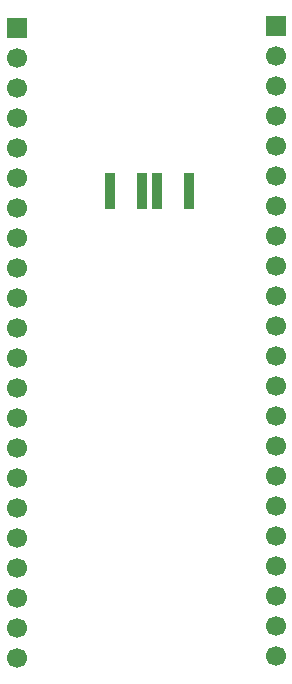
<source format=gbr>
%TF.GenerationSoftware,KiCad,Pcbnew,9.0.2*%
%TF.CreationDate,2025-06-27T21:37:16+02:00*%
%TF.ProjectId,flex_aufsatz,666c6578-5f61-4756-9673-61747a2e6b69,rev?*%
%TF.SameCoordinates,Original*%
%TF.FileFunction,Soldermask,Bot*%
%TF.FilePolarity,Negative*%
%FSLAX46Y46*%
G04 Gerber Fmt 4.6, Leading zero omitted, Abs format (unit mm)*
G04 Created by KiCad (PCBNEW 9.0.2) date 2025-06-27 21:37:16*
%MOMM*%
%LPD*%
G01*
G04 APERTURE LIST*
%ADD10C,0.010000*%
%ADD11R,1.700000X1.700000*%
%ADD12C,1.700000*%
G04 APERTURE END LIST*
D10*
%TO.C,J4*%
X109620000Y-112875000D02*
X108860000Y-112875000D01*
X108860000Y-112425000D01*
X109620000Y-112425000D01*
X109620000Y-112875000D01*
G36*
X109620000Y-112875000D02*
G01*
X108860000Y-112875000D01*
X108860000Y-112425000D01*
X109620000Y-112425000D01*
X109620000Y-112875000D01*
G37*
X109620000Y-113290000D02*
X108860000Y-113290000D01*
X108860000Y-112960000D01*
X109620000Y-112960000D01*
X109620000Y-113290000D01*
G36*
X109620000Y-113290000D02*
G01*
X108860000Y-113290000D01*
X108860000Y-112960000D01*
X109620000Y-112960000D01*
X109620000Y-113290000D01*
G37*
X109620000Y-113690000D02*
X108860000Y-113690000D01*
X108860000Y-113360000D01*
X109620000Y-113360000D01*
X109620000Y-113690000D01*
G36*
X109620000Y-113690000D02*
G01*
X108860000Y-113690000D01*
X108860000Y-113360000D01*
X109620000Y-113360000D01*
X109620000Y-113690000D01*
G37*
X109620000Y-114090000D02*
X108860000Y-114090000D01*
X108860000Y-113760000D01*
X109620000Y-113760000D01*
X109620000Y-114090000D01*
G36*
X109620000Y-114090000D02*
G01*
X108860000Y-114090000D01*
X108860000Y-113760000D01*
X109620000Y-113760000D01*
X109620000Y-114090000D01*
G37*
X109620000Y-114490000D02*
X108860000Y-114490000D01*
X108860000Y-114160000D01*
X109620000Y-114160000D01*
X109620000Y-114490000D01*
G36*
X109620000Y-114490000D02*
G01*
X108860000Y-114490000D01*
X108860000Y-114160000D01*
X109620000Y-114160000D01*
X109620000Y-114490000D01*
G37*
X109620000Y-114890000D02*
X108860000Y-114890000D01*
X108860000Y-114560000D01*
X109620000Y-114560000D01*
X109620000Y-114890000D01*
G36*
X109620000Y-114890000D02*
G01*
X108860000Y-114890000D01*
X108860000Y-114560000D01*
X109620000Y-114560000D01*
X109620000Y-114890000D01*
G37*
X109620000Y-115425000D02*
X108860000Y-115425000D01*
X108860000Y-114975000D01*
X109620000Y-114975000D01*
X109620000Y-115425000D01*
G36*
X109620000Y-115425000D02*
G01*
X108860000Y-115425000D01*
X108860000Y-114975000D01*
X109620000Y-114975000D01*
X109620000Y-115425000D01*
G37*
X112330000Y-112875000D02*
X111570000Y-112875000D01*
X111570000Y-112425000D01*
X112330000Y-112425000D01*
X112330000Y-112875000D01*
G36*
X112330000Y-112875000D02*
G01*
X111570000Y-112875000D01*
X111570000Y-112425000D01*
X112330000Y-112425000D01*
X112330000Y-112875000D01*
G37*
X112330000Y-113290000D02*
X111570000Y-113290000D01*
X111570000Y-112960000D01*
X112330000Y-112960000D01*
X112330000Y-113290000D01*
G36*
X112330000Y-113290000D02*
G01*
X111570000Y-113290000D01*
X111570000Y-112960000D01*
X112330000Y-112960000D01*
X112330000Y-113290000D01*
G37*
X112330000Y-113690000D02*
X111570000Y-113690000D01*
X111570000Y-113360000D01*
X112330000Y-113360000D01*
X112330000Y-113690000D01*
G36*
X112330000Y-113690000D02*
G01*
X111570000Y-113690000D01*
X111570000Y-113360000D01*
X112330000Y-113360000D01*
X112330000Y-113690000D01*
G37*
X112330000Y-114090000D02*
X111570000Y-114090000D01*
X111570000Y-113760000D01*
X112330000Y-113760000D01*
X112330000Y-114090000D01*
G36*
X112330000Y-114090000D02*
G01*
X111570000Y-114090000D01*
X111570000Y-113760000D01*
X112330000Y-113760000D01*
X112330000Y-114090000D01*
G37*
X112330000Y-114490000D02*
X111570000Y-114490000D01*
X111570000Y-114160000D01*
X112330000Y-114160000D01*
X112330000Y-114490000D01*
G36*
X112330000Y-114490000D02*
G01*
X111570000Y-114490000D01*
X111570000Y-114160000D01*
X112330000Y-114160000D01*
X112330000Y-114490000D01*
G37*
X112330000Y-114890000D02*
X111570000Y-114890000D01*
X111570000Y-114560000D01*
X112330000Y-114560000D01*
X112330000Y-114890000D01*
G36*
X112330000Y-114890000D02*
G01*
X111570000Y-114890000D01*
X111570000Y-114560000D01*
X112330000Y-114560000D01*
X112330000Y-114890000D01*
G37*
X112330000Y-115425000D02*
X111570000Y-115425000D01*
X111570000Y-114975000D01*
X112330000Y-114975000D01*
X112330000Y-115425000D01*
G36*
X112330000Y-115425000D02*
G01*
X111570000Y-115425000D01*
X111570000Y-114975000D01*
X112330000Y-114975000D01*
X112330000Y-115425000D01*
G37*
%TO.C,J3*%
X105570000Y-112875000D02*
X104810000Y-112875000D01*
X104810000Y-112425000D01*
X105570000Y-112425000D01*
X105570000Y-112875000D01*
G36*
X105570000Y-112875000D02*
G01*
X104810000Y-112875000D01*
X104810000Y-112425000D01*
X105570000Y-112425000D01*
X105570000Y-112875000D01*
G37*
X105570000Y-113290000D02*
X104810000Y-113290000D01*
X104810000Y-112960000D01*
X105570000Y-112960000D01*
X105570000Y-113290000D01*
G36*
X105570000Y-113290000D02*
G01*
X104810000Y-113290000D01*
X104810000Y-112960000D01*
X105570000Y-112960000D01*
X105570000Y-113290000D01*
G37*
X105570000Y-113690000D02*
X104810000Y-113690000D01*
X104810000Y-113360000D01*
X105570000Y-113360000D01*
X105570000Y-113690000D01*
G36*
X105570000Y-113690000D02*
G01*
X104810000Y-113690000D01*
X104810000Y-113360000D01*
X105570000Y-113360000D01*
X105570000Y-113690000D01*
G37*
X105570000Y-114090000D02*
X104810000Y-114090000D01*
X104810000Y-113760000D01*
X105570000Y-113760000D01*
X105570000Y-114090000D01*
G36*
X105570000Y-114090000D02*
G01*
X104810000Y-114090000D01*
X104810000Y-113760000D01*
X105570000Y-113760000D01*
X105570000Y-114090000D01*
G37*
X105570000Y-114490000D02*
X104810000Y-114490000D01*
X104810000Y-114160000D01*
X105570000Y-114160000D01*
X105570000Y-114490000D01*
G36*
X105570000Y-114490000D02*
G01*
X104810000Y-114490000D01*
X104810000Y-114160000D01*
X105570000Y-114160000D01*
X105570000Y-114490000D01*
G37*
X105570000Y-114890000D02*
X104810000Y-114890000D01*
X104810000Y-114560000D01*
X105570000Y-114560000D01*
X105570000Y-114890000D01*
G36*
X105570000Y-114890000D02*
G01*
X104810000Y-114890000D01*
X104810000Y-114560000D01*
X105570000Y-114560000D01*
X105570000Y-114890000D01*
G37*
X105570000Y-115425000D02*
X104810000Y-115425000D01*
X104810000Y-114975000D01*
X105570000Y-114975000D01*
X105570000Y-115425000D01*
G36*
X105570000Y-115425000D02*
G01*
X104810000Y-115425000D01*
X104810000Y-114975000D01*
X105570000Y-114975000D01*
X105570000Y-115425000D01*
G37*
X108280000Y-112875000D02*
X107520000Y-112875000D01*
X107520000Y-112425000D01*
X108280000Y-112425000D01*
X108280000Y-112875000D01*
G36*
X108280000Y-112875000D02*
G01*
X107520000Y-112875000D01*
X107520000Y-112425000D01*
X108280000Y-112425000D01*
X108280000Y-112875000D01*
G37*
X108280000Y-113290000D02*
X107520000Y-113290000D01*
X107520000Y-112960000D01*
X108280000Y-112960000D01*
X108280000Y-113290000D01*
G36*
X108280000Y-113290000D02*
G01*
X107520000Y-113290000D01*
X107520000Y-112960000D01*
X108280000Y-112960000D01*
X108280000Y-113290000D01*
G37*
X108280000Y-113690000D02*
X107520000Y-113690000D01*
X107520000Y-113360000D01*
X108280000Y-113360000D01*
X108280000Y-113690000D01*
G36*
X108280000Y-113690000D02*
G01*
X107520000Y-113690000D01*
X107520000Y-113360000D01*
X108280000Y-113360000D01*
X108280000Y-113690000D01*
G37*
X108280000Y-114090000D02*
X107520000Y-114090000D01*
X107520000Y-113760000D01*
X108280000Y-113760000D01*
X108280000Y-114090000D01*
G36*
X108280000Y-114090000D02*
G01*
X107520000Y-114090000D01*
X107520000Y-113760000D01*
X108280000Y-113760000D01*
X108280000Y-114090000D01*
G37*
X108280000Y-114490000D02*
X107520000Y-114490000D01*
X107520000Y-114160000D01*
X108280000Y-114160000D01*
X108280000Y-114490000D01*
G36*
X108280000Y-114490000D02*
G01*
X107520000Y-114490000D01*
X107520000Y-114160000D01*
X108280000Y-114160000D01*
X108280000Y-114490000D01*
G37*
X108280000Y-114890000D02*
X107520000Y-114890000D01*
X107520000Y-114560000D01*
X108280000Y-114560000D01*
X108280000Y-114890000D01*
G36*
X108280000Y-114890000D02*
G01*
X107520000Y-114890000D01*
X107520000Y-114560000D01*
X108280000Y-114560000D01*
X108280000Y-114890000D01*
G37*
X108280000Y-115425000D02*
X107520000Y-115425000D01*
X107520000Y-114975000D01*
X108280000Y-114975000D01*
X108280000Y-115425000D01*
G36*
X108280000Y-115425000D02*
G01*
X107520000Y-115425000D01*
X107520000Y-114975000D01*
X108280000Y-114975000D01*
X108280000Y-115425000D01*
G37*
%TD*%
D11*
%TO.C,J1*%
X97400000Y-100160000D03*
D12*
X97400000Y-102700000D03*
X97400000Y-105240000D03*
X97400000Y-107780000D03*
X97400000Y-110320000D03*
X97400000Y-112860000D03*
X97400000Y-115400000D03*
X97400000Y-117940000D03*
X97400000Y-120480000D03*
X97400000Y-123020000D03*
X97400000Y-125560000D03*
X97400000Y-128100000D03*
X97400000Y-130640000D03*
X97400000Y-133180000D03*
X97400000Y-135720000D03*
X97400000Y-138260000D03*
X97400000Y-140800000D03*
X97400000Y-143340000D03*
X97400000Y-145880000D03*
X97400000Y-148420000D03*
X97400000Y-150960000D03*
X97400000Y-153500000D03*
%TD*%
D11*
%TO.C,J2*%
X119300000Y-100000000D03*
D12*
X119300000Y-102540000D03*
X119300000Y-105080000D03*
X119300000Y-107620000D03*
X119300000Y-110160000D03*
X119300000Y-112700000D03*
X119300000Y-115240000D03*
X119300000Y-117780000D03*
X119300000Y-120320000D03*
X119300000Y-122860000D03*
X119300000Y-125400000D03*
X119300000Y-127940000D03*
X119300000Y-130480000D03*
X119300000Y-133020000D03*
X119300000Y-135560000D03*
X119300000Y-138100000D03*
X119300000Y-140640000D03*
X119300000Y-143180000D03*
X119300000Y-145720000D03*
X119300000Y-148260000D03*
X119300000Y-150800000D03*
X119300000Y-153340000D03*
%TD*%
M02*

</source>
